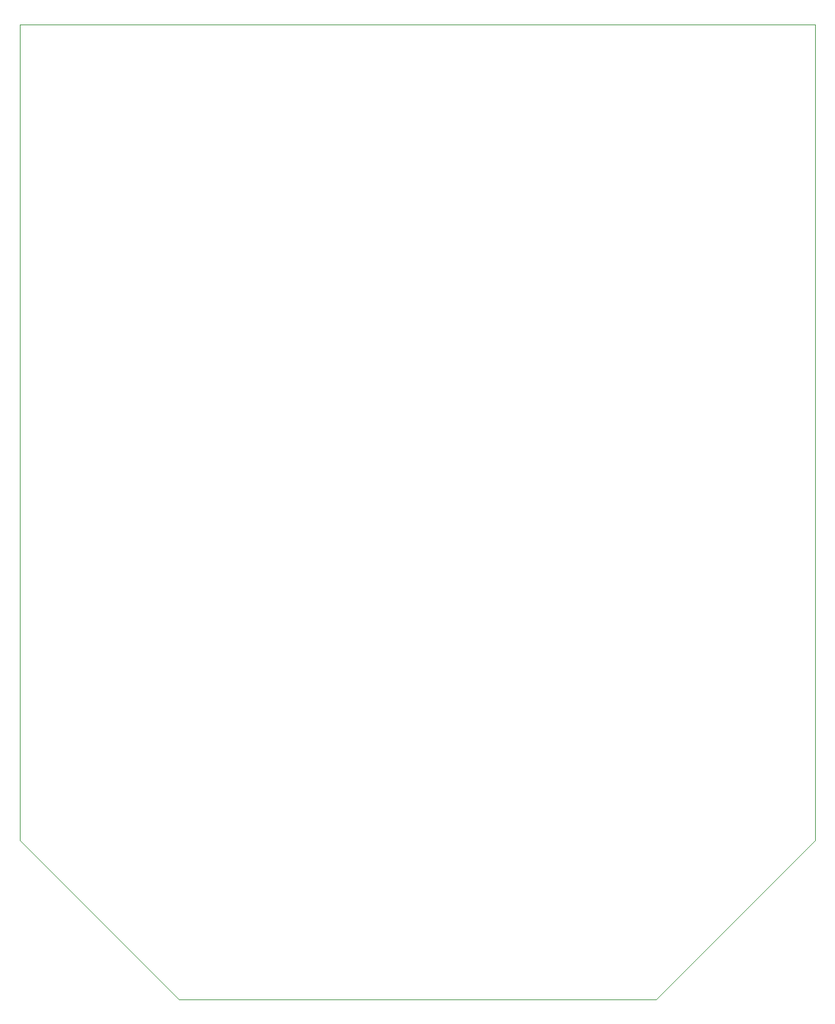
<source format=gbr>
G04*
G04 #@! TF.GenerationSoftware,Altium Limited,Altium Designer,23.2.1 (34)*
G04*
G04 Layer_Color=0*
%FSLAX25Y25*%
%MOIN*%
G70*
G04*
G04 #@! TF.SameCoordinates,44C20E60-2C31-4A65-8039-A08327F752B7*
G04*
G04*
G04 #@! TF.FilePolarity,Positive*
G04*
G01*
G75*
%ADD32C,0.00100*%
D32*
X-120000D02*
X-200000Y80000D01*
Y490000D01*
X200000D01*
Y80000D01*
X120000Y0D01*
X-120000D01*
M02*

</source>
